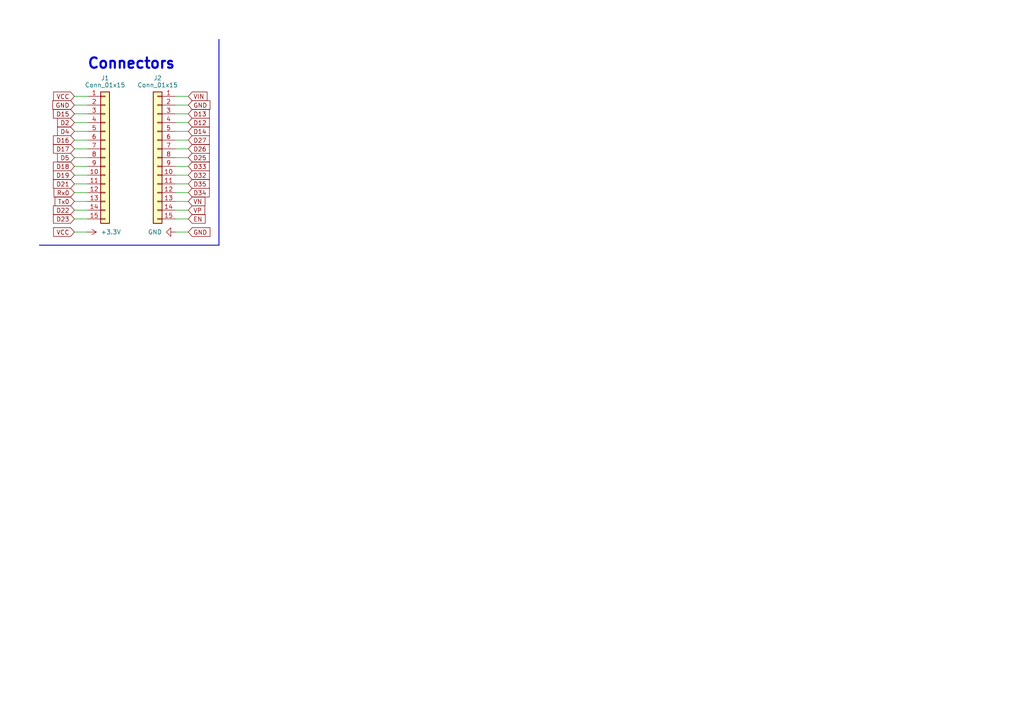
<source format=kicad_sch>
(kicad_sch (version 20250114) (generator "eeschema") (generator_version "9.0")
  (paper "A4")
  (lib_symbols
    (symbol "Connector_Generic:Conn_01x15" (pin_names (offset 1.016) (hide yes))
      (property "Reference" "J" (at 0 20.32 0))
      (property "Value" "Conn_01x15" (at 0 -20.32 0))
      (symbol "Conn_01x15_1_1"
        (rectangle (start -1.27 19.05) (end 1.27 -19.05) (stroke (width 0.254)) (fill (type background)))
        (rectangle (start -1.27 17.907) (end 0 17.653) (stroke (width 0.1524)))
        (rectangle (start -1.27 15.367) (end 0 15.113) (stroke (width 0.1524)))
        (rectangle (start -1.27 12.827) (end 0 12.573) (stroke (width 0.1524)))
        (rectangle (start -1.27 10.287) (end 0 10.033) (stroke (width 0.1524)))
        (rectangle (start -1.27 7.747) (end 0 7.493) (stroke (width 0.1524)))
        (rectangle (start -1.27 5.207) (end 0 4.953) (stroke (width 0.1524)))
        (rectangle (start -1.27 2.667) (end 0 2.413) (stroke (width 0.1524)))
        (rectangle (start -1.27 0.127) (end 0 -0.127) (stroke (width 0.1524)))
        (rectangle (start -1.27 -2.413) (end 0 -2.667) (stroke (width 0.1524)))
        (rectangle (start -1.27 -4.953) (end 0 -5.207) (stroke (width 0.1524)))
        (rectangle (start -1.27 -7.493) (end 0 -7.747) (stroke (width 0.1524)))
        (rectangle (start -1.27 -10.033) (end 0 -10.287) (stroke (width 0.1524)))
        (rectangle (start -1.27 -12.573) (end 0 -12.827) (stroke (width 0.1524)))
        (rectangle (start -1.27 -15.113) (end 0 -15.367) (stroke (width 0.1524)))
        (rectangle (start -1.27 -17.653) (end 0 -17.907) (stroke (width 0.1524)))
        (pin passive line (at -5.08 17.78 0) (length 3.81) (name "Pin_1") (number "1"))
        (pin passive line (at -5.08 15.24 0) (length 3.81) (name "Pin_2") (number "2"))
        (pin passive line (at -5.08 12.7 0) (length 3.81) (name "Pin_3") (number "3"))
        (pin passive line (at -5.08 10.16 0) (length 3.81) (name "Pin_4") (number "4"))
        (pin passive line (at -5.08 7.62 0) (length 3.81) (name "Pin_5") (number "5"))
        (pin passive line (at -5.08 5.08 0) (length 3.81) (name "Pin_6") (number "6"))
        (pin passive line (at -5.08 2.54 0) (length 3.81) (name "Pin_7") (number "7"))
        (pin passive line (at -5.08 0 0) (length 3.81) (name "Pin_8") (number "8"))
        (pin passive line (at -5.08 -2.54 0) (length 3.81) (name "Pin_9") (number "9"))
        (pin passive line (at -5.08 -5.08 0) (length 3.81) (name "Pin_10") (number "10"))
        (pin passive line (at -5.08 -7.62 0) (length 3.81) (name "Pin_11") (number "11"))
        (pin passive line (at -5.08 -10.16 0) (length 3.81) (name "Pin_12") (number "12"))
        (pin passive line (at -5.08 -12.7 0) (length 3.81) (name "Pin_13") (number "13"))
        (pin passive line (at -5.08 -15.24 0) (length 3.81) (name "Pin_14") (number "14"))
        (pin passive line (at -5.08 -17.78 0) (length 3.81) (name "Pin_15") (number "15"))
      )
    )
    (symbol "power:+3.3V" (power) (pin_numbers (hide yes)) (pin_names (offset 0) (hide yes))
      (property "Value" "+3.3V" (at 0 3.556 0))
      (symbol "+3.3V_0_1"
        (polyline (pts (xy -0.762 1.27) (xy 0 2.54)))
        (polyline (pts (xy 0 2.54) (xy 0.762 1.27)))
        (polyline (pts (xy 0 0) (xy 0 2.54)))
      )
      (symbol "+3.3V_1_1"
        (pin power_in line (at 0 0 90) (length 0) (name "~") (number "1"))
      )
    )
    (symbol "power:GND" (power) (pin_numbers (hide yes)) (pin_names (offset 0) (hide yes))
      (property "Value" "GND" (at 0 -3.81 0))
      (symbol "GND_0_1"
        (polyline (pts (xy 0 0) (xy 0 -1.27) (xy 1.27 -1.27) (xy 0 -2.54) (xy -1.27 -1.27) (xy 0 -1.27)))
      )
      (symbol "GND_1_1"
        (pin power_in line (at 0 0 270) (length 0) (name "~") (number "1"))
      )
    )
  )
  (text "Connectors" (at 38.1 18.542 0) (effects (font (size 3 3) (thickness 0.6) (bold yes))))
  (wire (pts (xy 21.59 60.96) (xy 25.4 60.96)))
  (wire (pts (xy 21.59 55.88) (xy 25.4 55.88)))
  (wire (pts (xy 54.61 50.8) (xy 50.8 50.8)))
  (wire (pts (xy 21.59 35.56) (xy 25.4 35.56)))
  (wire (pts (xy 54.61 27.94) (xy 50.8 27.94)))
  (wire (pts (xy 21.59 38.1) (xy 25.4 38.1)))
  (wire (pts (xy 21.59 40.64) (xy 25.4 40.64)))
  (wire (pts (xy 54.61 38.1) (xy 50.8 38.1)))
  (wire (pts (xy 21.59 63.5) (xy 25.4 63.5)))
  (wire (pts (xy 21.59 50.8) (xy 25.4 50.8)))
  (wire (pts (xy 21.59 43.18) (xy 25.4 43.18)))
  (wire (pts (xy 11.43 71.12) (xy 63.5 71.12)) (stroke (width 0.254) (color 0 0 200 1)))
  (wire (pts (xy 54.61 30.48) (xy 50.8 30.48)))
  (wire (pts (xy 54.61 40.64) (xy 50.8 40.64)))
  (wire (pts (xy 21.59 67.31) (xy 25.4 67.31)))
  (wire (pts (xy 54.61 43.18) (xy 50.8 43.18)))
  (wire (pts (xy 54.61 63.5) (xy 50.8 63.5)))
  (wire (pts (xy 54.61 35.56) (xy 50.8 35.56)))
  (wire (pts (xy 21.59 53.34) (xy 25.4 53.34)))
  (wire (pts (xy 54.61 55.88) (xy 50.8 55.88)))
  (wire (pts (xy 21.59 58.42) (xy 25.4 58.42)))
  (wire (pts (xy 54.61 45.72) (xy 50.8 45.72)))
  (wire (pts (xy 63.5 11.43) (xy 63.5 71.12)) (stroke (width 0.254) (color 0 0 200 1)))
  (wire (pts (xy 54.61 33.02) (xy 50.8 33.02)))
  (wire (pts (xy 54.61 60.96) (xy 50.8 60.96)))
  (wire (pts (xy 21.59 30.48) (xy 25.4 30.48)))
  (wire (pts (xy 21.59 27.94) (xy 25.4 27.94)))
  (wire (pts (xy 50.8 67.31) (xy 54.61 67.31)))
  (wire (pts (xy 54.61 58.42) (xy 50.8 58.42)))
  (wire (pts (xy 54.61 53.34) (xy 50.8 53.34)))
  (wire (pts (xy 21.59 48.26) (xy 25.4 48.26)))
  (wire (pts (xy 21.59 45.72) (xy 25.4 45.72)))
  (wire (pts (xy 21.59 33.02) (xy 25.4 33.02)))
  (wire (pts (xy 54.61 48.26) (xy 50.8 48.26)))
  (global_label "D25" (shape input) (at 54.61 45.72 0) (property "Intersheetrefs" "${INTERSHEET_REFS}" (effects (hide yes))))
  (global_label "D15" (shape input) (at 21.59 33.02 180) (effects (font (thickness 0.1588))) (property "Intersheetrefs" "${INTERSHEET_REFS}" (effects (hide yes))))
  (global_label "D27" (shape input) (at 54.61 40.64 0) (property "Intersheetrefs" "${INTERSHEET_REFS}" (effects (hide yes))))
  (global_label "D16" (shape input) (at 21.59 40.64 180) (property "Intersheetrefs" "${INTERSHEET_REFS}" (effects (hide yes))))
  (global_label "Tx0" (shape input) (at 21.59 58.42 180) (property "Intersheetrefs" "${INTERSHEET_REFS}" (effects (hide yes))))
  (global_label "VN" (shape input) (at 54.61 58.42 0) (property "Intersheetrefs" "${INTERSHEET_REFS}" (effects (hide yes))))
  (global_label "GND" (shape input) (at 54.61 67.31 0) (effects (font (thickness 0.1588))) (property "Intersheetrefs" "${INTERSHEET_REFS}" (effects (hide yes))))
  (global_label "D34" (shape input) (at 54.61 55.88 0) (property "Intersheetrefs" "${INTERSHEET_REFS}" (effects (hide yes))))
  (global_label "D21" (shape input) (at 21.59 53.34 180) (property "Intersheetrefs" "${INTERSHEET_REFS}" (effects (hide yes))))
  (global_label "EN" (shape input) (at 54.61 63.5 0) (property "Intersheetrefs" "${INTERSHEET_REFS}" (effects (hide yes))))
  (global_label "GND" (shape input) (at 21.59 30.48 180) (effects (font (thickness 0.1588))) (property "Intersheetrefs" "${INTERSHEET_REFS}" (effects (hide yes))))
  (global_label "VCC" (shape input) (at 21.59 27.94 180) (effects (font (thickness 0.1588))) (property "Intersheetrefs" "${INTERSHEET_REFS}" (effects (hide yes))))
  (global_label "VP" (shape input) (at 54.61 60.96 0) (property "Intersheetrefs" "${INTERSHEET_REFS}" (effects (hide yes))))
  (global_label "D4" (shape input) (at 21.59 38.1 180) (property "Intersheetrefs" "${INTERSHEET_REFS}" (effects (hide yes))))
  (global_label "D2" (shape input) (at 21.59 35.56 180) (effects (font (thickness 0.1588))) (property "Intersheetrefs" "${INTERSHEET_REFS}" (effects (hide yes))))
  (global_label "D18" (shape input) (at 21.59 48.26 180) (property "Intersheetrefs" "${INTERSHEET_REFS}" (effects (hide yes))))
  (global_label "Rx0" (shape input) (at 21.59 55.88 180) (property "Intersheetrefs" "${INTERSHEET_REFS}" (effects (hide yes))))
  (global_label "D33" (shape input) (at 54.61 48.26 0) (property "Intersheetrefs" "${INTERSHEET_REFS}" (effects (hide yes))))
  (global_label "VIN" (shape input) (at 54.61 27.94 0) (effects (font (thickness 0.1588))) (property "Intersheetrefs" "${INTERSHEET_REFS}" (effects (hide yes))))
  (global_label "D13" (shape input) (at 54.61 33.02 0) (effects (font (thickness 0.1588))) (property "Intersheetrefs" "${INTERSHEET_REFS}" (effects (hide yes))))
  (global_label "D5" (shape input) (at 21.59 45.72 180) (property "Intersheetrefs" "${INTERSHEET_REFS}" (effects (hide yes))))
  (global_label "D22" (shape input) (at 21.59 60.96 180) (property "Intersheetrefs" "${INTERSHEET_REFS}" (effects (hide yes))))
  (global_label "VCC" (shape input) (at 21.59 67.31 180) (effects (font (thickness 0.1588))) (property "Intersheetrefs" "${INTERSHEET_REFS}" (effects (hide yes))))
  (global_label "GND" (shape input) (at 54.61 30.48 0) (effects (font (thickness 0.1588))) (property "Intersheetrefs" "${INTERSHEET_REFS}" (effects (hide yes))))
  (global_label "D26" (shape input) (at 54.61 43.18 0) (property "Intersheetrefs" "${INTERSHEET_REFS}" (effects (hide yes))))
  (global_label "D19" (shape input) (at 21.59 50.8 180) (property "Intersheetrefs" "${INTERSHEET_REFS}" (effects (hide yes))))
  (global_label "D17" (shape input) (at 21.59 43.18 180) (property "Intersheetrefs" "${INTERSHEET_REFS}" (effects (hide yes))))
  (global_label "D32" (shape input) (at 54.61 50.8 0) (property "Intersheetrefs" "${INTERSHEET_REFS}" (effects (hide yes))))
  (global_label "D35" (shape input) (at 54.61 53.34 0) (property "Intersheetrefs" "${INTERSHEET_REFS}" (effects (hide yes))))
  (global_label "D14" (shape input) (at 54.61 38.1 0) (property "Intersheetrefs" "${INTERSHEET_REFS}" (effects (hide yes))))
  (global_label "D23" (shape input) (at 21.59 63.5 180) (property "Intersheetrefs" "${INTERSHEET_REFS}" (effects (hide yes))))
  (global_label "D12" (shape input) (at 54.61 35.56 0) (effects (font (thickness 0.1588))) (property "Intersheetrefs" "${INTERSHEET_REFS}" (effects (hide yes))))
  (symbol (lib_id "power:+3.3V") (at 25.4 67.31 270) (unit 1)
    (property "Reference" "#PWR01" (effects (hide yes)))
    (property "Value" "+3.3V" (at 29.21 67.3099 90) (effects (justify left)))
    (property "Description" "Power symbol creates a global label with name \"+3.3V\"" (effects (hide yes)))
  )
  (symbol (lib_id "Connector_Generic:Conn_01x15") (at 45.72 45.72 0) (mirror y) (unit 1)
    (property "Reference" "J2" (at 45.72 23.368 0) (effects (justify bottom)))
    (property "Value" "Conn_01x15" (at 45.72 25.4 0) (effects (justify bottom)))
    (property "Footprint" "Connector_PinSocket_2.54mm:PinSocket_1x15_P2.54mm_Vertical" (effects (hide yes)))
    (property "Description" "Generic connector, single row, 01x15, script generated (kicad-library-utils/schlib/autogen/connector/)" (effects (hide yes)))
  )
  (symbol (lib_id "Connector_Generic:Conn_01x15") (at 30.48 45.72 0) (unit 1)
    (property "Reference" "J1" (at 30.48 23.368 0) (effects (justify bottom)))
    (property "Value" "Conn_01x15" (at 30.48 25.4 0) (effects (justify bottom)))
    (property "Footprint" "Connector_PinSocket_2.54mm:PinSocket_1x15_P2.54mm_Vertical" (effects (hide yes)))
    (property "Description" "Generic connector, single row, 01x15, script generated (kicad-library-utils/schlib/autogen/connector/)" (effects (hide yes)))
  )
  (symbol (lib_id "power:GND") (at 50.8 67.31 270) (unit 1)
    (property "Reference" "#PWR02" (effects (hide yes)))
    (property "Value" "GND" (at 46.99 67.3099 90) (effects (justify right)))
    (property "Description" "Power symbol creates a global label with name \"GND\" , ground" (effects (hide yes)))
  )
)
</source>
